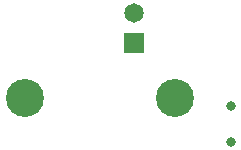
<source format=gbs>
G04 #@! TF.FileFunction,Soldermask,Bot*
%FSLAX46Y46*%
G04 Gerber Fmt 4.6, Leading zero omitted, Abs format (unit mm)*
G04 Created by KiCad (PCBNEW 4.0.6) date 08/08/17 15:54:06*
%MOMM*%
%LPD*%
G01*
G04 APERTURE LIST*
%ADD10C,0.100000*%
%ADD11R,1.651000X1.651000*%
%ADD12C,1.651000*%
%ADD13C,0.800000*%
%ADD14C,3.216000*%
G04 APERTURE END LIST*
D10*
D11*
X151003000Y-100457000D03*
D12*
X151003000Y-97917000D03*
D13*
X159194500Y-105791000D03*
X159194500Y-108815000D03*
D14*
X141732000Y-105156000D03*
X154432000Y-105156000D03*
M02*

</source>
